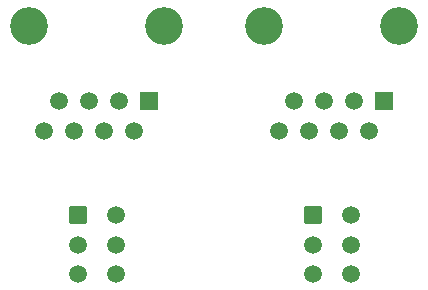
<source format=gbr>
%TF.GenerationSoftware,KiCad,Pcbnew,7.0.8*%
%TF.CreationDate,2025-01-24T11:04:58-08:00*%
%TF.ProjectId,Mini_Comp_Switch_2port,4d696e69-5f43-46f6-9d70-5f5377697463,rev?*%
%TF.SameCoordinates,Original*%
%TF.FileFunction,Soldermask,Top*%
%TF.FilePolarity,Negative*%
%FSLAX46Y46*%
G04 Gerber Fmt 4.6, Leading zero omitted, Abs format (unit mm)*
G04 Created by KiCad (PCBNEW 7.0.8) date 2025-01-24 11:04:58*
%MOMM*%
%LPD*%
G01*
G04 APERTURE LIST*
G04 Aperture macros list*
%AMRoundRect*
0 Rectangle with rounded corners*
0 $1 Rounding radius*
0 $2 $3 $4 $5 $6 $7 $8 $9 X,Y pos of 4 corners*
0 Add a 4 corners polygon primitive as box body*
4,1,4,$2,$3,$4,$5,$6,$7,$8,$9,$2,$3,0*
0 Add four circle primitives for the rounded corners*
1,1,$1+$1,$2,$3*
1,1,$1+$1,$4,$5*
1,1,$1+$1,$6,$7*
1,1,$1+$1,$8,$9*
0 Add four rect primitives between the rounded corners*
20,1,$1+$1,$2,$3,$4,$5,0*
20,1,$1+$1,$4,$5,$6,$7,0*
20,1,$1+$1,$6,$7,$8,$9,0*
20,1,$1+$1,$8,$9,$2,$3,0*%
G04 Aperture macros list end*
%ADD10RoundRect,0.102000X-0.654000X-0.654000X0.654000X-0.654000X0.654000X0.654000X-0.654000X0.654000X0*%
%ADD11C,1.512000*%
%ADD12C,3.200000*%
%ADD13R,1.500000X1.500000*%
%ADD14C,1.500000*%
G04 APERTURE END LIST*
D10*
%TO.C,REF\u002A\u002A*%
X155250000Y-65700000D03*
D11*
X155250000Y-68200000D03*
X155250000Y-70700000D03*
X158450000Y-70700000D03*
X158450000Y-68200000D03*
X158450000Y-65700000D03*
%TD*%
D10*
%TO.C,REF\u002A\u002A*%
X175157500Y-65700000D03*
D11*
X175157500Y-68200000D03*
X175157500Y-70700000D03*
X178357500Y-70700000D03*
X178357500Y-68200000D03*
X178357500Y-65700000D03*
%TD*%
D12*
%TO.C,REF\u002A\u002A*%
X162560000Y-49650000D03*
X151130000Y-49650000D03*
D13*
X161290000Y-56000000D03*
D14*
X160020000Y-58540000D03*
X158750000Y-56000000D03*
X157480000Y-58540000D03*
X156210000Y-56000000D03*
X154940000Y-58540000D03*
X153670000Y-56000000D03*
X152400000Y-58540000D03*
%TD*%
D12*
%TO.C,REF\u002A\u002A*%
X182430000Y-49650000D03*
X171000000Y-49650000D03*
D13*
X181160000Y-56000000D03*
D14*
X179890000Y-58540000D03*
X178620000Y-56000000D03*
X177350000Y-58540000D03*
X176080000Y-56000000D03*
X174810000Y-58540000D03*
X173540000Y-56000000D03*
X172270000Y-58540000D03*
%TD*%
M02*

</source>
